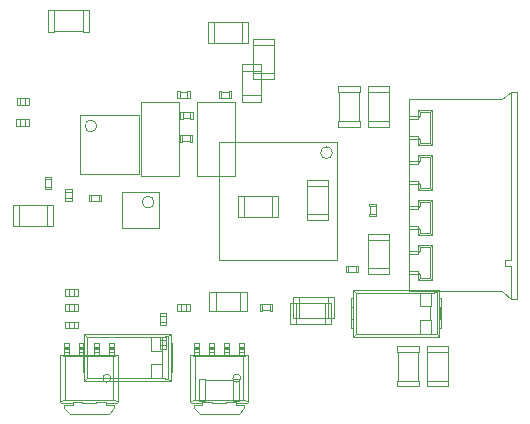
<source format=gm1>
G04 Layer_Color=16711935*
%FSLAX44Y44*%
%MOMM*%
G71*
G01*
G75*
%ADD32C,0.0500*%
%ADD33C,0.1000*%
D32*
X610500Y1084450D02*
G03*
X608400Y1086550I-2100J0D01*
G01*
Y1063450D02*
G03*
X610500Y1065550I0J2100D01*
G01*
Y1122550D02*
G03*
X608400Y1124650I-2100J0D01*
G01*
X610500Y1008250D02*
G03*
X608400Y1010350I-2100J0D01*
G01*
X610500Y1046350D02*
G03*
X608400Y1048450I-2100J0D01*
G01*
Y1101550D02*
G03*
X610500Y1103650I0J2100D01*
G01*
X608400Y1139650D02*
G03*
X610500Y1141750I0J2100D01*
G01*
X608400Y1025350D02*
G03*
X610500Y1027450I0J2100D01*
G01*
X458377Y920000D02*
G03*
X458377Y920000I-3377J0D01*
G01*
X348377D02*
G03*
X348377Y920000I-3377J0D01*
G01*
X457000Y901000D02*
Y919000D01*
X452000Y901000D02*
Y919000D01*
X457000D01*
X452000Y901000D02*
X457000D01*
X423000D02*
Y919000D01*
X428000Y901000D02*
Y919000D01*
X423000D02*
X428000D01*
X423000Y901000D02*
X428000D01*
Y918800D02*
X452000D01*
X428000Y901200D02*
X452000D01*
X552000Y962500D02*
X553500D01*
X552000Y970000D02*
X553500D01*
X626500Y962500D02*
X628000D01*
X626500Y970000D02*
X628000D01*
X552000Y962500D02*
Y987500D01*
X553500D01*
X552000Y980000D02*
X553500D01*
X628000Y962500D02*
Y987500D01*
X626500D02*
X628000D01*
X626500Y980000D02*
X628000D01*
X626700Y970000D02*
Y980000D01*
X553300Y970000D02*
Y980000D01*
X553500Y994750D02*
X555990Y992260D01*
X553500Y955250D02*
Y994750D01*
Y955250D02*
X555990Y957739D01*
Y992260D01*
X610010Y992267D02*
X619068D01*
X624706Y992956D01*
X626500Y994750D01*
X553500D02*
X626500D01*
X555990Y992260D02*
X610010Y992267D01*
Y980753D02*
Y992267D01*
X555990Y957739D02*
X610010Y957732D01*
X553500Y955250D02*
X626500D01*
X624706Y957044D02*
X626500Y955250D01*
X619068Y957732D02*
X624706Y957044D01*
X610010Y957732D02*
X619068D01*
X610010D02*
Y969247D01*
X619011D02*
Y980753D01*
X610010Y969247D02*
X619068D01*
X610010Y980753D02*
X619068D01*
Y957732D02*
Y969247D01*
X624706Y957044D02*
Y992956D01*
X619068Y980753D02*
Y992267D01*
X626500Y955250D02*
Y994750D01*
X618500Y1119150D02*
Y1145150D01*
X600500Y1025350D02*
X608400D01*
X600500Y1063450D02*
X608400D01*
X610500Y1119150D02*
X618500D01*
X620600Y1117050D01*
X600500Y1124650D02*
X608400D01*
X610500Y1107050D02*
X618500D01*
X610500Y1103650D02*
Y1107050D01*
X608400Y1109150D02*
X610500Y1107050D01*
Y1004850D02*
X618500D01*
X600500Y1101550D02*
X608400D01*
X610500Y1042950D02*
X618500D01*
X600500Y1010350D02*
X608400D01*
X600500Y1139650D02*
X608400D01*
X618500Y1004850D02*
Y1030850D01*
Y1004850D02*
X620600Y1002750D01*
X618500Y1081050D02*
Y1107050D01*
X620600Y1109150D01*
X610500Y1030850D02*
X618500D01*
X620600Y1032950D01*
X610500Y1027450D02*
Y1030850D01*
X608400Y1032950D02*
X610500Y1030850D01*
Y1119150D02*
Y1122550D01*
X608400Y1117050D02*
X610500Y1119150D01*
X618500Y1042950D02*
Y1068950D01*
Y1042950D02*
X620600Y1040850D01*
X600500Y1048450D02*
X608400D01*
X610500Y1004850D02*
Y1008250D01*
X608400Y1002750D02*
X610500Y1004850D01*
Y1141750D02*
Y1145150D01*
X600500Y1086550D02*
X608400D01*
X610500Y1042950D02*
Y1046350D01*
X608400Y1040850D02*
X610500Y1042950D01*
Y1081050D02*
Y1084450D01*
Y1081050D02*
X618500D01*
X608400Y1078950D02*
X610500Y1081050D01*
X618500D02*
X620600Y1078950D01*
X610500Y1068950D02*
X618500D01*
X620600Y1071050D01*
X610500Y1065550D02*
Y1068950D01*
X608400Y1071050D02*
X610500Y1068950D01*
X608400Y1002750D02*
X620600D01*
X600500Y993750D02*
Y1156250D01*
Y993750D02*
X679500D01*
X687500Y987350D01*
X679500Y1156250D02*
X687500Y1162650D01*
X600500Y1156250D02*
X679500D01*
X620600Y1117050D02*
Y1147250D01*
X608400Y1117050D02*
X620600D01*
X608400Y1109150D02*
X620600D01*
Y1078950D02*
Y1109150D01*
X608400Y1078950D02*
X620600D01*
X608400Y1071050D02*
X620600D01*
Y1040850D02*
Y1071050D01*
X608400Y1040850D02*
X620600D01*
X608400Y1032950D02*
X620600D01*
Y1002750D02*
Y1032950D01*
X610500Y1145150D02*
X618500D01*
X620600Y1147250D01*
X608400D02*
X620600D01*
X608400D02*
X610500Y1145150D01*
X608400Y1078950D02*
Y1086550D01*
X600500Y1084450D02*
X610500D01*
X600500Y1065550D02*
X610500D01*
X608400Y1063450D02*
Y1071050D01*
Y1117050D02*
Y1124650D01*
X600500Y1122550D02*
X610500D01*
X608400Y1002750D02*
Y1010350D01*
X600500Y1008250D02*
X610500D01*
X608400Y1040850D02*
Y1048450D01*
X600500Y1046350D02*
X610500D01*
X600500Y1103650D02*
X610500D01*
X608400Y1101550D02*
Y1109150D01*
X600500Y1141750D02*
X610500D01*
X608400Y1139650D02*
Y1147250D01*
X600500Y1027450D02*
X610500D01*
X608400Y1025350D02*
Y1032950D01*
X692500Y987350D02*
Y1162650D01*
X687500Y1020350D02*
Y1162650D01*
X692500D01*
X682500Y1015350D02*
Y1020350D01*
Y1015350D02*
X687500D01*
Y987350D02*
Y1015350D01*
Y987350D02*
X692500D01*
X682500Y1020350D02*
X687500D01*
X566000Y1133000D02*
X584000D01*
X566000Y1138000D02*
X584000D01*
X566000Y1133000D02*
Y1138000D01*
X584000Y1133000D02*
Y1138000D01*
X566000Y1167000D02*
X584000D01*
X566000Y1162000D02*
X584000D01*
X566000D02*
Y1167000D01*
X584000Y1162000D02*
Y1167000D01*
X566200Y1138000D02*
Y1162000D01*
X583801Y1138000D02*
Y1162000D01*
X317250Y995250D02*
X320250D01*
Y989750D02*
Y995250D01*
X317250Y989750D02*
Y995250D01*
Y989750D02*
X320250D01*
X309750Y995250D02*
X312750D01*
Y989750D02*
Y995250D01*
X309750Y989750D02*
X312750D01*
X309750D02*
Y995250D01*
X312750Y989760D02*
X317250D01*
X312750D02*
X317250Y989765D01*
X312750Y995236D02*
X317250Y995240D01*
X312750Y995236D02*
X317250Y995240D01*
X537000Y971000D02*
Y989000D01*
X532000Y971000D02*
Y989000D01*
Y971000D02*
X537000D01*
X532000Y989000D02*
X537000D01*
X503000Y971000D02*
Y989000D01*
X508000Y971000D02*
Y989000D01*
X503000Y971000D02*
X508000D01*
X503000Y989000D02*
X508000D01*
Y971200D02*
X532000D01*
X508000Y988800D02*
X532000D01*
X514240Y1054118D02*
X532240D01*
X514240Y1059118D02*
X532240D01*
Y1054118D02*
Y1059118D01*
X514240Y1054118D02*
Y1059118D01*
Y1088118D02*
X532240D01*
X514240Y1083118D02*
X532240D01*
Y1088118D01*
X514240Y1083118D02*
Y1088118D01*
X532040Y1059118D02*
Y1083118D01*
X514440Y1059118D02*
Y1083118D01*
X468500Y1207000D02*
X486500D01*
X468500Y1202000D02*
X486500D01*
X468500D02*
Y1207000D01*
X486500Y1202000D02*
Y1207000D01*
X468500Y1173000D02*
X486500D01*
X468500Y1178000D02*
X486500D01*
X468500Y1173000D02*
Y1178000D01*
X486500Y1173000D02*
Y1178000D01*
X468700D02*
Y1202000D01*
X486300Y1178000D02*
Y1202000D01*
X329750Y1069750D02*
Y1075250D01*
X331750Y1069750D02*
Y1075250D01*
X329750Y1069750D02*
X331750D01*
X329750Y1075250D02*
X331750D01*
X338250Y1069750D02*
X340250D01*
X338250Y1075250D02*
X340250D01*
Y1069750D02*
Y1075250D01*
X338250Y1069750D02*
Y1075250D01*
X331750Y1069950D02*
X338250D01*
X331750Y1075050D02*
X338250D01*
X292250Y1090250D02*
X297750D01*
X292250Y1088250D02*
X297750D01*
Y1090250D01*
X292250Y1088250D02*
Y1090250D01*
X297750Y1079750D02*
Y1081750D01*
X292250Y1079750D02*
Y1081750D01*
Y1079750D02*
X297750D01*
X292250Y1081750D02*
X297750D01*
X297550D02*
Y1088250D01*
X292451Y1081750D02*
Y1088250D01*
X500500Y966000D02*
Y984000D01*
X505500Y966000D02*
Y984000D01*
X500500Y966000D02*
X505500D01*
X500500Y984000D02*
X505500D01*
X534500Y966000D02*
Y984000D01*
X529500Y966000D02*
Y984000D01*
Y966000D02*
X534500D01*
X529500Y984000D02*
X534500D01*
X505500Y966200D02*
X529500D01*
X505500Y983800D02*
X529500D01*
X271562Y1157165D02*
X276062Y1157170D01*
X271562Y1157165D02*
X276062Y1157170D01*
X271562Y1151690D02*
X276062Y1151695D01*
X271562Y1151690D02*
X276062D01*
X268562Y1151680D02*
Y1157180D01*
Y1151680D02*
X271562D01*
Y1157180D01*
X268562D02*
X271562D01*
X276062Y1151680D02*
X279062D01*
X276062D02*
Y1157180D01*
X279062Y1151680D02*
Y1157180D01*
X276062D02*
X279062D01*
X430500Y1203500D02*
Y1221500D01*
X435500Y1203500D02*
Y1221500D01*
X430500D02*
X435500D01*
X430500Y1203500D02*
X435500D01*
X464500D02*
Y1221500D01*
X459500Y1203500D02*
Y1221500D01*
X464500D01*
X459500Y1203500D02*
X464500D01*
X435500Y1221300D02*
X459500D01*
X435500Y1203700D02*
X459500D01*
X460031Y901425D02*
Y938575D01*
X464500Y939372D01*
Y900075D02*
Y939500D01*
X460031Y901425D02*
X464500Y900628D01*
X415500Y900075D02*
X416425Y899150D01*
X415500Y900075D02*
Y939500D01*
Y900628D02*
X419969Y901425D01*
X460031D01*
X463575Y899150D02*
X464500Y900075D01*
X454000Y899150D02*
X463575D01*
X446000Y899724D02*
X454000D01*
X434000Y899150D02*
X446000D01*
X426000Y899724D02*
X434000D01*
X416425Y899150D02*
X426000D01*
X415500Y939372D02*
X419969Y938575D01*
Y901425D02*
Y938575D01*
X415500Y939500D02*
X464500D01*
X419969Y938575D02*
X460031D01*
X418850Y942166D02*
X423050D01*
X418850Y945064D02*
X423050D01*
Y939500D02*
Y950000D01*
X418850Y939500D02*
Y950000D01*
X431550Y942166D02*
X435750D01*
X431550Y939500D02*
Y950000D01*
Y945064D02*
X435750D01*
Y939500D02*
Y950000D01*
X444250Y942166D02*
X448450D01*
X444250Y945064D02*
X448450D01*
X444250Y939500D02*
Y950000D01*
X448450Y939500D02*
Y950000D01*
X456950Y942166D02*
X461150D01*
X456950Y945064D02*
X461150D01*
Y939500D02*
Y950000D01*
X456950Y939500D02*
Y950000D01*
X418850Y945432D02*
X423050D01*
X431550D02*
X435750D01*
X444250D02*
X448450D01*
X456950D02*
X461150D01*
X418850Y946311D02*
X423050D01*
X431550D02*
X435750D01*
X444250D02*
X448450D01*
X456950D02*
X461150D01*
X434000Y899000D02*
Y899724D01*
Y899000D02*
X446000D01*
Y899724D01*
X454000Y897000D02*
Y899724D01*
Y897000D02*
X461000D01*
Y894500D02*
Y897000D01*
X456500Y890000D02*
X461000Y894500D01*
X423500Y890000D02*
X456500D01*
X419000Y894500D02*
X423500Y890000D01*
X419000Y894500D02*
Y897000D01*
X426000D02*
Y899724D01*
X419000Y897000D02*
X426000D01*
X418850Y950000D02*
X423050D01*
X431550D02*
X435750D01*
X444250D02*
X448450D01*
X456950D02*
X461150D01*
X350031Y901425D02*
Y938575D01*
X354500Y939372D01*
Y900075D02*
Y939500D01*
X350031Y901425D02*
X354500Y900628D01*
X305500Y900075D02*
X306425Y899150D01*
X305500Y900075D02*
Y939500D01*
Y900628D02*
X309969Y901425D01*
X350031D01*
X353576Y899150D02*
X354500Y900075D01*
X344000Y899150D02*
X353576D01*
X336000Y899724D02*
X344000D01*
X324000Y899150D02*
X336000D01*
X316000Y899724D02*
X324000D01*
X306425Y899150D02*
X316000D01*
X305500Y939372D02*
X309969Y938575D01*
Y901425D02*
Y938575D01*
X305500Y939500D02*
X354500D01*
X309969Y938575D02*
X350031D01*
X308850Y942166D02*
X313050D01*
X308850Y945064D02*
X313050D01*
Y939500D02*
Y950000D01*
X308850Y939500D02*
Y950000D01*
X321550Y942166D02*
X325750D01*
X321550Y939500D02*
Y950000D01*
Y945064D02*
X325750D01*
Y939500D02*
Y950000D01*
X334250Y942166D02*
X338450D01*
X334250Y945064D02*
X338450D01*
X334250Y939500D02*
Y950000D01*
X338450Y939500D02*
Y950000D01*
X346950Y942166D02*
X351150D01*
X346950Y945064D02*
X351150D01*
Y939500D02*
Y950000D01*
X346950Y939500D02*
Y950000D01*
X308850Y945432D02*
X313050D01*
X321550D02*
X325750D01*
X334250D02*
X338450D01*
X346950D02*
X351150D01*
X308850Y946311D02*
X313050D01*
X321550D02*
X325750D01*
X334250D02*
X338450D01*
X346950D02*
X351150D01*
X324000Y899000D02*
Y899724D01*
Y899000D02*
X336000D01*
Y899724D01*
X344000Y897000D02*
Y899724D01*
Y897000D02*
X351000D01*
Y894500D02*
Y897000D01*
X346500Y890000D02*
X351000Y894500D01*
X313500Y890000D02*
X346500D01*
X309000Y894500D02*
X313500Y890000D01*
X309000Y894500D02*
Y897000D01*
X316000D02*
Y899724D01*
X309000Y897000D02*
X316000D01*
X308850Y950000D02*
X313050D01*
X321550D02*
X325750D01*
X334250D02*
X338450D01*
X346950D02*
X351150D01*
X616000Y947000D02*
X634000D01*
X616000Y942000D02*
X634000D01*
Y947000D01*
X616000Y942000D02*
Y947000D01*
Y913000D02*
X634000D01*
X616000Y918000D02*
X634000D01*
Y913000D02*
Y918000D01*
X616000Y913000D02*
Y918000D01*
X633800D02*
Y942000D01*
X616200Y918000D02*
Y942000D01*
X591000Y947000D02*
X609000D01*
X591000Y942000D02*
X609000D01*
Y947000D01*
X591000Y942000D02*
Y947000D01*
Y913000D02*
X609000D01*
X591000Y918000D02*
X609000D01*
Y913000D02*
Y918000D01*
X591000Y913000D02*
Y918000D01*
X608800D02*
Y942000D01*
X591200Y918000D02*
Y942000D01*
X295500Y1213500D02*
Y1231500D01*
X300500Y1213500D02*
Y1231500D01*
X295500D02*
X300500D01*
X295500Y1213500D02*
X300500D01*
X329500D02*
Y1231500D01*
X324500Y1213500D02*
Y1231500D01*
X329500D01*
X324500Y1213500D02*
X329500D01*
X300500Y1231300D02*
X324500D01*
X300500Y1213700D02*
X324500D01*
X541000Y1167000D02*
X559000D01*
X541000Y1162000D02*
X559000D01*
Y1167000D01*
X541000Y1162000D02*
Y1167000D01*
Y1133000D02*
X559000D01*
X541000Y1138000D02*
X559000D01*
Y1133000D02*
Y1138000D01*
X541000Y1133000D02*
Y1138000D01*
X558800D02*
Y1162000D01*
X541200Y1138000D02*
Y1162000D01*
X271308Y1139385D02*
X275808Y1139390D01*
X271308Y1139385D02*
X275808Y1139390D01*
X271308Y1133910D02*
X275808Y1133915D01*
X271308Y1133910D02*
X275808D01*
X268308Y1133900D02*
Y1139400D01*
Y1133900D02*
X271308D01*
Y1139400D01*
X268308D02*
X271308D01*
X275808Y1133900D02*
X278808D01*
X275808D02*
Y1139400D01*
X278808Y1133900D02*
Y1139400D01*
X275808D02*
X278808D01*
X389750Y972250D02*
Y975250D01*
X395250D01*
X389750Y972250D02*
X395250D01*
Y975250D01*
X389750Y964750D02*
Y967750D01*
X395250D01*
Y964750D02*
Y967750D01*
X389750Y964750D02*
X395250D01*
X395240Y967750D02*
Y972250D01*
X395235D02*
X395240Y967750D01*
X389760Y972250D02*
X389765Y967750D01*
X389760Y972250D02*
X389765Y967750D01*
X404750Y977250D02*
X407750D01*
X404750D02*
Y982750D01*
X407750Y977250D02*
Y982750D01*
X404750D02*
X407750D01*
X412250Y977250D02*
X415250D01*
X412250D02*
Y982750D01*
X415250D01*
Y977250D02*
Y982750D01*
X407750Y982740D02*
X412250D01*
X407750Y982735D02*
X412250Y982740D01*
X407750Y977260D02*
X412250Y977265D01*
X407750Y977260D02*
X412250Y977265D01*
X395250Y944750D02*
Y947750D01*
X389750Y944750D02*
X395250D01*
X389750Y947750D02*
X395250D01*
X389750Y944750D02*
Y947750D01*
X395250Y952250D02*
Y955250D01*
X389750Y952250D02*
X395250D01*
X389750D02*
Y955250D01*
X395250D01*
X389760Y947750D02*
Y952250D01*
X389765Y947750D01*
X395235Y952250D02*
X395240Y947750D01*
X395235Y952250D02*
X395240Y947750D01*
X459260Y1180251D02*
X459264Y1159750D01*
X459260Y1180251D02*
X459264Y1159750D01*
X475735Y1180251D02*
X475740Y1159750D01*
Y1180251D01*
X459250Y1153750D02*
X475750D01*
Y1159750D01*
X459250D02*
X475750D01*
X459250Y1153750D02*
Y1159750D01*
X475750Y1180251D02*
Y1186251D01*
X459250Y1180251D02*
X475750D01*
X459250Y1186251D02*
X475750D01*
X459250Y1180251D02*
Y1186251D01*
X317250Y982750D02*
X320250D01*
Y977250D02*
Y982750D01*
X317250Y977250D02*
Y982750D01*
Y977250D02*
X320250D01*
X309750Y982750D02*
X312750D01*
Y977250D02*
Y982750D01*
X309750Y977250D02*
X312750D01*
X309750D02*
Y982750D01*
X312750Y977260D02*
X317250D01*
X312750D02*
X317250Y977265D01*
X312750Y982735D02*
X317250Y982740D01*
X312750Y982735D02*
X317250Y982740D01*
X309750Y962250D02*
X312750D01*
X309750D02*
Y967750D01*
X312750Y962250D02*
Y967750D01*
X309750D02*
X312750D01*
X317250Y962250D02*
X320250D01*
X317250D02*
Y967750D01*
X320250D01*
Y962250D02*
Y967750D01*
X312750Y967740D02*
X317250D01*
X312750Y967735D02*
X317250Y967740D01*
X312750Y962260D02*
X317250Y962265D01*
X312750Y962260D02*
X317250Y962265D01*
X474750Y977250D02*
Y982750D01*
X476750Y977250D02*
Y982750D01*
X474750D02*
X476750D01*
X474750Y977250D02*
X476750D01*
X483250Y982750D02*
X485250D01*
X483250Y977250D02*
X485250D01*
Y982750D01*
X483250Y977250D02*
Y982750D01*
X476750Y982550D02*
X483250D01*
X476750Y977450D02*
X483250D01*
X567250Y1067750D02*
X572750D01*
X567250Y1065750D02*
X572750D01*
Y1067750D01*
X567250Y1065750D02*
Y1067750D01*
X572750Y1057250D02*
Y1059250D01*
X567250Y1057250D02*
Y1059250D01*
Y1057250D02*
X572750D01*
X567250Y1059250D02*
X572750D01*
X572550D02*
Y1065750D01*
X567450Y1059250D02*
Y1065750D01*
X450249Y1157250D02*
Y1162750D01*
X448250Y1157250D02*
Y1162750D01*
Y1157250D02*
X450249D01*
X448250Y1162750D02*
X450249D01*
X439750Y1157250D02*
X441750D01*
X439750Y1162750D02*
X441750D01*
X439750Y1157250D02*
Y1162750D01*
X441750Y1157250D02*
Y1162750D01*
Y1157450D02*
X448250D01*
X441750Y1162550D02*
X448250D01*
X437250Y976760D02*
X457750Y976765D01*
X437250Y976760D02*
X457750Y976765D01*
X437250Y993235D02*
X457750Y993240D01*
X437250D02*
X457750D01*
X463750Y976750D02*
Y993250D01*
X457750D02*
X463750D01*
X457750Y976750D02*
Y993250D01*
Y976750D02*
X463750D01*
X431250Y993250D02*
X437250D01*
Y976750D02*
Y993250D01*
X431250Y976750D02*
Y993250D01*
Y976750D02*
X437250D01*
X404750Y1157250D02*
Y1162750D01*
X406750Y1157250D02*
Y1162750D01*
X404750D02*
X406750D01*
X404750Y1157250D02*
X406750D01*
X413250Y1162750D02*
X415250D01*
X413250Y1157250D02*
X415250D01*
Y1162750D01*
X413250Y1157250D02*
Y1162750D01*
X406750Y1162550D02*
X413250D01*
X406750Y1157450D02*
X413250D01*
X407250Y1139750D02*
Y1145250D01*
X409250Y1139750D02*
Y1145250D01*
X407250D02*
X409250D01*
X407250Y1139750D02*
X409250D01*
X415750Y1145250D02*
X417750D01*
X415750Y1139750D02*
X417750D01*
Y1145250D01*
X415750Y1139750D02*
Y1145250D01*
X409250Y1145050D02*
X415750D01*
X409250Y1139950D02*
X415750D01*
X406992Y1120184D02*
Y1125684D01*
X408992Y1120184D02*
Y1125684D01*
X406992D02*
X408992D01*
X406992Y1120184D02*
X408992D01*
X415492Y1125684D02*
X417492D01*
X415492Y1120184D02*
X417492D01*
Y1125684D01*
X415492Y1120184D02*
Y1125684D01*
X408992Y1125484D02*
X415492D01*
X408992Y1120384D02*
X415492D01*
X309760Y1077250D02*
X309765Y1072750D01*
X309760Y1077250D02*
X309765Y1072750D01*
X315235Y1077250D02*
X315240Y1072750D01*
Y1077250D01*
X309749Y1069750D02*
X315250D01*
Y1072750D01*
X309749D02*
X315250D01*
X309749Y1069750D02*
Y1072750D01*
X315250Y1077250D02*
Y1080250D01*
X309749Y1077250D02*
X315250D01*
X309749Y1080250D02*
X315250D01*
X309749Y1077250D02*
Y1080250D01*
X547250Y1009750D02*
Y1015250D01*
X549250Y1009750D02*
Y1015250D01*
X547250D02*
X549250D01*
X547250Y1009750D02*
X549250D01*
X555751Y1015250D02*
X557751D01*
X555751Y1009750D02*
X557751D01*
Y1015250D01*
X555751Y1009750D02*
Y1015250D01*
X549250Y1015050D02*
X555751D01*
X549250Y1009950D02*
X555751D01*
X324500Y925000D02*
X326000D01*
X324500Y932500D02*
X326000D01*
X399000Y925000D02*
X400500D01*
X399000Y932500D02*
X400500D01*
X324500Y925000D02*
Y950000D01*
X326000D01*
X324500Y942500D02*
X326000D01*
X400500Y925000D02*
Y950000D01*
X399000D02*
X400500D01*
X399000Y942500D02*
X400500D01*
X399200Y932500D02*
Y942500D01*
X325800Y932500D02*
Y942500D01*
X326000Y957250D02*
X328490Y954761D01*
X326000Y917750D02*
Y957250D01*
Y917750D02*
X328490Y920239D01*
Y954761D01*
X382510Y954768D02*
X391568D01*
X397206Y955457D01*
X399000Y957250D01*
X326000D02*
X399000D01*
X328490Y954761D02*
X382510Y954768D01*
Y943253D02*
Y954768D01*
X328490Y920239D02*
X382510Y920232D01*
X326000Y917750D02*
X399000D01*
X397206Y919544D02*
X399000Y917750D01*
X391568Y920232D02*
X397206Y919544D01*
X382510Y920232D02*
X391568D01*
X382510D02*
Y931747D01*
X391511D02*
Y943253D01*
X382510Y931747D02*
X391568D01*
X382510Y943253D02*
X391568D01*
Y920232D02*
Y931747D01*
X397206Y919544D02*
Y955457D01*
X391568Y943253D02*
Y954768D01*
X399000Y917750D02*
Y957250D01*
X566000Y1008000D02*
X584000D01*
X566000Y1013000D02*
X584000D01*
X566000Y1008000D02*
Y1013000D01*
X584000Y1008000D02*
Y1013000D01*
X566000Y1042001D02*
X584000D01*
X566000Y1037000D02*
X584000D01*
X566000D02*
Y1042001D01*
X584000Y1037000D02*
Y1042001D01*
X566200Y1013000D02*
Y1037000D01*
X583800Y1013000D02*
Y1037000D01*
X489948Y1056276D02*
Y1074276D01*
X484948Y1056276D02*
Y1074276D01*
X489948D01*
X484948Y1056276D02*
X489948D01*
X455947D02*
Y1074276D01*
X460947Y1056276D02*
Y1074276D01*
X455947D02*
X460947D01*
X455947Y1056276D02*
X460947D01*
Y1074076D02*
X484948D01*
X460947Y1056476D02*
X484948D01*
X265500Y1048500D02*
Y1066500D01*
X270500Y1048500D02*
Y1066500D01*
X265500D02*
X270500D01*
X265500Y1048500D02*
X270500D01*
X299500D02*
Y1066500D01*
X294500Y1048500D02*
Y1066500D01*
X299500D01*
X294500Y1048500D02*
X299500D01*
X270500Y1066300D02*
X294500D01*
X270500Y1048700D02*
X294500D01*
D33*
X336500Y1133500D02*
G03*
X336500Y1133500I-5000J0D01*
G01*
X536000Y1111000D02*
G03*
X536000Y1111000I-5000J0D01*
G01*
X385000Y1069000D02*
G03*
X385000Y1069000I-5000J0D01*
G01*
X421750Y1091000D02*
Y1154000D01*
X453250Y1091000D02*
Y1154000D01*
X421750D02*
X453250D01*
X421750Y1091000D02*
X453250D01*
X374250Y1091000D02*
Y1154000D01*
X405750Y1091000D02*
Y1154000D01*
X374250D02*
X405750D01*
X374250Y1091000D02*
X405750D01*
X322500Y1092500D02*
Y1142500D01*
X372500Y1092500D02*
Y1142500D01*
X322500D02*
X372500D01*
X322500Y1092500D02*
X372500D01*
X440000Y1020000D02*
Y1120000D01*
X540000Y1020000D02*
Y1120000D01*
X440000Y1020000D02*
X540000D01*
X440000Y1120000D02*
X540000D01*
X358000Y1047000D02*
X389000D01*
X358000Y1078000D02*
X389000D01*
X358000Y1047000D02*
Y1078000D01*
X389000Y1047000D02*
Y1078000D01*
M02*

</source>
